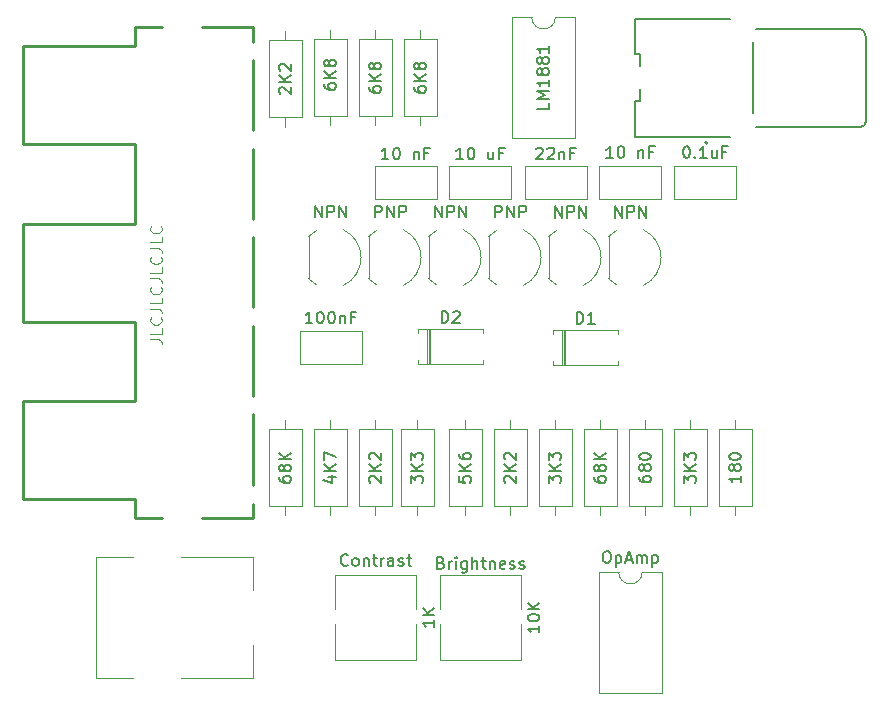
<source format=gto>
%TF.GenerationSoftware,KiCad,Pcbnew,(5.99.0-9650-gad505e29c0)*%
%TF.CreationDate,2021-03-21T12:39:56-04:00*%
%TF.ProjectId,NTSCope,4e545343-6f70-4652-9e6b-696361645f70,rev?*%
%TF.SameCoordinates,Original*%
%TF.FileFunction,Legend,Top*%
%TF.FilePolarity,Positive*%
%FSLAX46Y46*%
G04 Gerber Fmt 4.6, Leading zero omitted, Abs format (unit mm)*
G04 Created by KiCad (PCBNEW (5.99.0-9650-gad505e29c0)) date 2021-03-21 12:39:56*
%MOMM*%
%LPD*%
G01*
G04 APERTURE LIST*
%ADD10C,0.100000*%
%ADD11C,0.150000*%
%ADD12C,0.120000*%
%ADD13C,0.127000*%
%ADD14C,0.200000*%
%ADD15C,0.250000*%
G04 APERTURE END LIST*
D10*
X120610380Y-46275047D02*
X121324666Y-46275047D01*
X121467523Y-46322666D01*
X121562761Y-46417904D01*
X121610380Y-46560761D01*
X121610380Y-46656000D01*
X121610380Y-45322666D02*
X121610380Y-45798857D01*
X120610380Y-45798857D01*
X121515142Y-44417904D02*
X121562761Y-44465523D01*
X121610380Y-44608380D01*
X121610380Y-44703619D01*
X121562761Y-44846476D01*
X121467523Y-44941714D01*
X121372285Y-44989333D01*
X121181809Y-45036952D01*
X121038952Y-45036952D01*
X120848476Y-44989333D01*
X120753238Y-44941714D01*
X120658000Y-44846476D01*
X120610380Y-44703619D01*
X120610380Y-44608380D01*
X120658000Y-44465523D01*
X120705619Y-44417904D01*
X120610380Y-43703619D02*
X121324666Y-43703619D01*
X121467523Y-43751238D01*
X121562761Y-43846476D01*
X121610380Y-43989333D01*
X121610380Y-44084571D01*
X121610380Y-42751238D02*
X121610380Y-43227428D01*
X120610380Y-43227428D01*
X121515142Y-41846476D02*
X121562761Y-41894095D01*
X121610380Y-42036952D01*
X121610380Y-42132190D01*
X121562761Y-42275047D01*
X121467523Y-42370285D01*
X121372285Y-42417904D01*
X121181809Y-42465523D01*
X121038952Y-42465523D01*
X120848476Y-42417904D01*
X120753238Y-42370285D01*
X120658000Y-42275047D01*
X120610380Y-42132190D01*
X120610380Y-42036952D01*
X120658000Y-41894095D01*
X120705619Y-41846476D01*
X120610380Y-41132190D02*
X121324666Y-41132190D01*
X121467523Y-41179809D01*
X121562761Y-41275047D01*
X121610380Y-41417904D01*
X121610380Y-41513142D01*
X121610380Y-40179809D02*
X121610380Y-40656000D01*
X120610380Y-40656000D01*
X121515142Y-39275047D02*
X121562761Y-39322666D01*
X121610380Y-39465523D01*
X121610380Y-39560761D01*
X121562761Y-39703619D01*
X121467523Y-39798857D01*
X121372285Y-39846476D01*
X121181809Y-39894095D01*
X121038952Y-39894095D01*
X120848476Y-39846476D01*
X120753238Y-39798857D01*
X120658000Y-39703619D01*
X120610380Y-39560761D01*
X120610380Y-39465523D01*
X120658000Y-39322666D01*
X120705619Y-39275047D01*
X120610380Y-38560761D02*
X121324666Y-38560761D01*
X121467523Y-38608380D01*
X121562761Y-38703619D01*
X121610380Y-38846476D01*
X121610380Y-38941714D01*
X121610380Y-37608380D02*
X121610380Y-38084571D01*
X120610380Y-38084571D01*
X121515142Y-36703619D02*
X121562761Y-36751238D01*
X121610380Y-36894095D01*
X121610380Y-36989333D01*
X121562761Y-37132190D01*
X121467523Y-37227428D01*
X121372285Y-37275047D01*
X121181809Y-37322666D01*
X121038952Y-37322666D01*
X120848476Y-37275047D01*
X120753238Y-37227428D01*
X120658000Y-37132190D01*
X120610380Y-36989333D01*
X120610380Y-36894095D01*
X120658000Y-36751238D01*
X120705619Y-36703619D01*
D11*
%TO.C,R12*%
X146772380Y-57888095D02*
X146772380Y-58364285D01*
X147248571Y-58411904D01*
X147200952Y-58364285D01*
X147153333Y-58269047D01*
X147153333Y-58030952D01*
X147200952Y-57935714D01*
X147248571Y-57888095D01*
X147343809Y-57840476D01*
X147581904Y-57840476D01*
X147677142Y-57888095D01*
X147724761Y-57935714D01*
X147772380Y-58030952D01*
X147772380Y-58269047D01*
X147724761Y-58364285D01*
X147677142Y-58411904D01*
X147772380Y-57411904D02*
X146772380Y-57411904D01*
X147772380Y-56840476D02*
X147200952Y-57269047D01*
X146772380Y-56840476D02*
X147343809Y-57411904D01*
X146772380Y-55983333D02*
X146772380Y-56173809D01*
X146820000Y-56269047D01*
X146867619Y-56316666D01*
X147010476Y-56411904D01*
X147200952Y-56459523D01*
X147581904Y-56459523D01*
X147677142Y-56411904D01*
X147724761Y-56364285D01*
X147772380Y-56269047D01*
X147772380Y-56078571D01*
X147724761Y-55983333D01*
X147677142Y-55935714D01*
X147581904Y-55888095D01*
X147343809Y-55888095D01*
X147248571Y-55935714D01*
X147200952Y-55983333D01*
X147153333Y-56078571D01*
X147153333Y-56269047D01*
X147200952Y-56364285D01*
X147248571Y-56411904D01*
X147343809Y-56459523D01*
%TO.C,R2*%
X142962380Y-24915714D02*
X142962380Y-25106190D01*
X143010000Y-25201428D01*
X143057619Y-25249047D01*
X143200476Y-25344285D01*
X143390952Y-25391904D01*
X143771904Y-25391904D01*
X143867142Y-25344285D01*
X143914761Y-25296666D01*
X143962380Y-25201428D01*
X143962380Y-25010952D01*
X143914761Y-24915714D01*
X143867142Y-24868095D01*
X143771904Y-24820476D01*
X143533809Y-24820476D01*
X143438571Y-24868095D01*
X143390952Y-24915714D01*
X143343333Y-25010952D01*
X143343333Y-25201428D01*
X143390952Y-25296666D01*
X143438571Y-25344285D01*
X143533809Y-25391904D01*
X143962380Y-24391904D02*
X142962380Y-24391904D01*
X143962380Y-23820476D02*
X143390952Y-24249047D01*
X142962380Y-23820476D02*
X143533809Y-24391904D01*
X143390952Y-23249047D02*
X143343333Y-23344285D01*
X143295714Y-23391904D01*
X143200476Y-23439523D01*
X143152857Y-23439523D01*
X143057619Y-23391904D01*
X143010000Y-23344285D01*
X142962380Y-23249047D01*
X142962380Y-23058571D01*
X143010000Y-22963333D01*
X143057619Y-22915714D01*
X143152857Y-22868095D01*
X143200476Y-22868095D01*
X143295714Y-22915714D01*
X143343333Y-22963333D01*
X143390952Y-23058571D01*
X143390952Y-23249047D01*
X143438571Y-23344285D01*
X143486190Y-23391904D01*
X143581428Y-23439523D01*
X143771904Y-23439523D01*
X143867142Y-23391904D01*
X143914761Y-23344285D01*
X143962380Y-23249047D01*
X143962380Y-23058571D01*
X143914761Y-22963333D01*
X143867142Y-22915714D01*
X143771904Y-22868095D01*
X143581428Y-22868095D01*
X143486190Y-22915714D01*
X143438571Y-22963333D01*
X143390952Y-23058571D01*
%TO.C,C1*%
X140807619Y-31059380D02*
X140236190Y-31059380D01*
X140521904Y-31059380D02*
X140521904Y-30059380D01*
X140426666Y-30202238D01*
X140331428Y-30297476D01*
X140236190Y-30345095D01*
X141426666Y-30059380D02*
X141521904Y-30059380D01*
X141617142Y-30107000D01*
X141664761Y-30154619D01*
X141712380Y-30249857D01*
X141760000Y-30440333D01*
X141760000Y-30678428D01*
X141712380Y-30868904D01*
X141664761Y-30964142D01*
X141617142Y-31011761D01*
X141521904Y-31059380D01*
X141426666Y-31059380D01*
X141331428Y-31011761D01*
X141283809Y-30964142D01*
X141236190Y-30868904D01*
X141188571Y-30678428D01*
X141188571Y-30440333D01*
X141236190Y-30249857D01*
X141283809Y-30154619D01*
X141331428Y-30107000D01*
X141426666Y-30059380D01*
X142950476Y-30392714D02*
X142950476Y-31059380D01*
X142950476Y-30487952D02*
X142998095Y-30440333D01*
X143093333Y-30392714D01*
X143236190Y-30392714D01*
X143331428Y-30440333D01*
X143379047Y-30535571D01*
X143379047Y-31059380D01*
X144188571Y-30535571D02*
X143855238Y-30535571D01*
X143855238Y-31059380D02*
X143855238Y-30059380D01*
X144331428Y-30059380D01*
%TO.C,C2*%
X159817619Y-30932380D02*
X159246190Y-30932380D01*
X159531904Y-30932380D02*
X159531904Y-29932380D01*
X159436666Y-30075238D01*
X159341428Y-30170476D01*
X159246190Y-30218095D01*
X160436666Y-29932380D02*
X160531904Y-29932380D01*
X160627142Y-29980000D01*
X160674761Y-30027619D01*
X160722380Y-30122857D01*
X160770000Y-30313333D01*
X160770000Y-30551428D01*
X160722380Y-30741904D01*
X160674761Y-30837142D01*
X160627142Y-30884761D01*
X160531904Y-30932380D01*
X160436666Y-30932380D01*
X160341428Y-30884761D01*
X160293809Y-30837142D01*
X160246190Y-30741904D01*
X160198571Y-30551428D01*
X160198571Y-30313333D01*
X160246190Y-30122857D01*
X160293809Y-30027619D01*
X160341428Y-29980000D01*
X160436666Y-29932380D01*
X161960476Y-30265714D02*
X161960476Y-30932380D01*
X161960476Y-30360952D02*
X162008095Y-30313333D01*
X162103333Y-30265714D01*
X162246190Y-30265714D01*
X162341428Y-30313333D01*
X162389047Y-30408571D01*
X162389047Y-30932380D01*
X163198571Y-30408571D02*
X162865238Y-30408571D01*
X162865238Y-30932380D02*
X162865238Y-29932380D01*
X163341428Y-29932380D01*
%TO.C,C3*%
X147117619Y-31059380D02*
X146546190Y-31059380D01*
X146831904Y-31059380D02*
X146831904Y-30059380D01*
X146736666Y-30202238D01*
X146641428Y-30297476D01*
X146546190Y-30345095D01*
X147736666Y-30059380D02*
X147831904Y-30059380D01*
X147927142Y-30107000D01*
X147974761Y-30154619D01*
X148022380Y-30249857D01*
X148070000Y-30440333D01*
X148070000Y-30678428D01*
X148022380Y-30868904D01*
X147974761Y-30964142D01*
X147927142Y-31011761D01*
X147831904Y-31059380D01*
X147736666Y-31059380D01*
X147641428Y-31011761D01*
X147593809Y-30964142D01*
X147546190Y-30868904D01*
X147498571Y-30678428D01*
X147498571Y-30440333D01*
X147546190Y-30249857D01*
X147593809Y-30154619D01*
X147641428Y-30107000D01*
X147736666Y-30059380D01*
X149689047Y-30392714D02*
X149689047Y-31059380D01*
X149260476Y-30392714D02*
X149260476Y-30916523D01*
X149308095Y-31011761D01*
X149403333Y-31059380D01*
X149546190Y-31059380D01*
X149641428Y-31011761D01*
X149689047Y-30964142D01*
X150498571Y-30535571D02*
X150165238Y-30535571D01*
X150165238Y-31059380D02*
X150165238Y-30059380D01*
X150641428Y-30059380D01*
%TO.C,C4*%
X134362380Y-44942380D02*
X133790952Y-44942380D01*
X134076666Y-44942380D02*
X134076666Y-43942380D01*
X133981428Y-44085238D01*
X133886190Y-44180476D01*
X133790952Y-44228095D01*
X134981428Y-43942380D02*
X135076666Y-43942380D01*
X135171904Y-43990000D01*
X135219523Y-44037619D01*
X135267142Y-44132857D01*
X135314761Y-44323333D01*
X135314761Y-44561428D01*
X135267142Y-44751904D01*
X135219523Y-44847142D01*
X135171904Y-44894761D01*
X135076666Y-44942380D01*
X134981428Y-44942380D01*
X134886190Y-44894761D01*
X134838571Y-44847142D01*
X134790952Y-44751904D01*
X134743333Y-44561428D01*
X134743333Y-44323333D01*
X134790952Y-44132857D01*
X134838571Y-44037619D01*
X134886190Y-43990000D01*
X134981428Y-43942380D01*
X135933809Y-43942380D02*
X136029047Y-43942380D01*
X136124285Y-43990000D01*
X136171904Y-44037619D01*
X136219523Y-44132857D01*
X136267142Y-44323333D01*
X136267142Y-44561428D01*
X136219523Y-44751904D01*
X136171904Y-44847142D01*
X136124285Y-44894761D01*
X136029047Y-44942380D01*
X135933809Y-44942380D01*
X135838571Y-44894761D01*
X135790952Y-44847142D01*
X135743333Y-44751904D01*
X135695714Y-44561428D01*
X135695714Y-44323333D01*
X135743333Y-44132857D01*
X135790952Y-44037619D01*
X135838571Y-43990000D01*
X135933809Y-43942380D01*
X136695714Y-44275714D02*
X136695714Y-44942380D01*
X136695714Y-44370952D02*
X136743333Y-44323333D01*
X136838571Y-44275714D01*
X136981428Y-44275714D01*
X137076666Y-44323333D01*
X137124285Y-44418571D01*
X137124285Y-44942380D01*
X137933809Y-44418571D02*
X137600476Y-44418571D01*
X137600476Y-44942380D02*
X137600476Y-43942380D01*
X138076666Y-43942380D01*
%TO.C,C5*%
X153317142Y-30154619D02*
X153364761Y-30107000D01*
X153460000Y-30059380D01*
X153698095Y-30059380D01*
X153793333Y-30107000D01*
X153840952Y-30154619D01*
X153888571Y-30249857D01*
X153888571Y-30345095D01*
X153840952Y-30487952D01*
X153269523Y-31059380D01*
X153888571Y-31059380D01*
X154269523Y-30154619D02*
X154317142Y-30107000D01*
X154412380Y-30059380D01*
X154650476Y-30059380D01*
X154745714Y-30107000D01*
X154793333Y-30154619D01*
X154840952Y-30249857D01*
X154840952Y-30345095D01*
X154793333Y-30487952D01*
X154221904Y-31059380D01*
X154840952Y-31059380D01*
X155269523Y-30392714D02*
X155269523Y-31059380D01*
X155269523Y-30487952D02*
X155317142Y-30440333D01*
X155412380Y-30392714D01*
X155555238Y-30392714D01*
X155650476Y-30440333D01*
X155698095Y-30535571D01*
X155698095Y-31059380D01*
X156507619Y-30535571D02*
X156174285Y-30535571D01*
X156174285Y-31059380D02*
X156174285Y-30059380D01*
X156650476Y-30059380D01*
%TO.C,C6*%
X165977142Y-29932380D02*
X166072380Y-29932380D01*
X166167619Y-29980000D01*
X166215238Y-30027619D01*
X166262857Y-30122857D01*
X166310476Y-30313333D01*
X166310476Y-30551428D01*
X166262857Y-30741904D01*
X166215238Y-30837142D01*
X166167619Y-30884761D01*
X166072380Y-30932380D01*
X165977142Y-30932380D01*
X165881904Y-30884761D01*
X165834285Y-30837142D01*
X165786666Y-30741904D01*
X165739047Y-30551428D01*
X165739047Y-30313333D01*
X165786666Y-30122857D01*
X165834285Y-30027619D01*
X165881904Y-29980000D01*
X165977142Y-29932380D01*
X166739047Y-30837142D02*
X166786666Y-30884761D01*
X166739047Y-30932380D01*
X166691428Y-30884761D01*
X166739047Y-30837142D01*
X166739047Y-30932380D01*
X167739047Y-30932380D02*
X167167619Y-30932380D01*
X167453333Y-30932380D02*
X167453333Y-29932380D01*
X167358095Y-30075238D01*
X167262857Y-30170476D01*
X167167619Y-30218095D01*
X168596190Y-30265714D02*
X168596190Y-30932380D01*
X168167619Y-30265714D02*
X168167619Y-30789523D01*
X168215238Y-30884761D01*
X168310476Y-30932380D01*
X168453333Y-30932380D01*
X168548571Y-30884761D01*
X168596190Y-30837142D01*
X169405714Y-30408571D02*
X169072380Y-30408571D01*
X169072380Y-30932380D02*
X169072380Y-29932380D01*
X169548571Y-29932380D01*
%TO.C,Contrast*%
X137366666Y-65381142D02*
X137319047Y-65428761D01*
X137176190Y-65476380D01*
X137080952Y-65476380D01*
X136938095Y-65428761D01*
X136842857Y-65333523D01*
X136795238Y-65238285D01*
X136747619Y-65047809D01*
X136747619Y-64904952D01*
X136795238Y-64714476D01*
X136842857Y-64619238D01*
X136938095Y-64524000D01*
X137080952Y-64476380D01*
X137176190Y-64476380D01*
X137319047Y-64524000D01*
X137366666Y-64571619D01*
X137938095Y-65476380D02*
X137842857Y-65428761D01*
X137795238Y-65381142D01*
X137747619Y-65285904D01*
X137747619Y-65000190D01*
X137795238Y-64904952D01*
X137842857Y-64857333D01*
X137938095Y-64809714D01*
X138080952Y-64809714D01*
X138176190Y-64857333D01*
X138223809Y-64904952D01*
X138271428Y-65000190D01*
X138271428Y-65285904D01*
X138223809Y-65381142D01*
X138176190Y-65428761D01*
X138080952Y-65476380D01*
X137938095Y-65476380D01*
X138700000Y-64809714D02*
X138700000Y-65476380D01*
X138700000Y-64904952D02*
X138747619Y-64857333D01*
X138842857Y-64809714D01*
X138985714Y-64809714D01*
X139080952Y-64857333D01*
X139128571Y-64952571D01*
X139128571Y-65476380D01*
X139461904Y-64809714D02*
X139842857Y-64809714D01*
X139604761Y-64476380D02*
X139604761Y-65333523D01*
X139652380Y-65428761D01*
X139747619Y-65476380D01*
X139842857Y-65476380D01*
X140176190Y-65476380D02*
X140176190Y-64809714D01*
X140176190Y-65000190D02*
X140223809Y-64904952D01*
X140271428Y-64857333D01*
X140366666Y-64809714D01*
X140461904Y-64809714D01*
X141223809Y-65476380D02*
X141223809Y-64952571D01*
X141176190Y-64857333D01*
X141080952Y-64809714D01*
X140890476Y-64809714D01*
X140795238Y-64857333D01*
X141223809Y-65428761D02*
X141128571Y-65476380D01*
X140890476Y-65476380D01*
X140795238Y-65428761D01*
X140747619Y-65333523D01*
X140747619Y-65238285D01*
X140795238Y-65143047D01*
X140890476Y-65095428D01*
X141128571Y-65095428D01*
X141223809Y-65047809D01*
X141652380Y-65428761D02*
X141747619Y-65476380D01*
X141938095Y-65476380D01*
X142033333Y-65428761D01*
X142080952Y-65333523D01*
X142080952Y-65285904D01*
X142033333Y-65190666D01*
X141938095Y-65143047D01*
X141795238Y-65143047D01*
X141700000Y-65095428D01*
X141652380Y-65000190D01*
X141652380Y-64952571D01*
X141700000Y-64857333D01*
X141795238Y-64809714D01*
X141938095Y-64809714D01*
X142033333Y-64857333D01*
X142366666Y-64809714D02*
X142747619Y-64809714D01*
X142509523Y-64476380D02*
X142509523Y-65333523D01*
X142557142Y-65428761D01*
X142652380Y-65476380D01*
X142747619Y-65476380D01*
X144687380Y-70049285D02*
X144687380Y-70620714D01*
X144687380Y-70335000D02*
X143687380Y-70335000D01*
X143830238Y-70430238D01*
X143925476Y-70525476D01*
X143973095Y-70620714D01*
X144687380Y-69620714D02*
X143687380Y-69620714D01*
X144687380Y-69049285D02*
X144115952Y-69477857D01*
X143687380Y-69049285D02*
X144258809Y-69620714D01*
%TO.C,D1*%
X156741904Y-44972380D02*
X156741904Y-43972380D01*
X156980000Y-43972380D01*
X157122857Y-44020000D01*
X157218095Y-44115238D01*
X157265714Y-44210476D01*
X157313333Y-44400952D01*
X157313333Y-44543809D01*
X157265714Y-44734285D01*
X157218095Y-44829523D01*
X157122857Y-44924761D01*
X156980000Y-44972380D01*
X156741904Y-44972380D01*
X158265714Y-44972380D02*
X157694285Y-44972380D01*
X157980000Y-44972380D02*
X157980000Y-43972380D01*
X157884761Y-44115238D01*
X157789523Y-44210476D01*
X157694285Y-44258095D01*
%TO.C,D2*%
X145311904Y-44902380D02*
X145311904Y-43902380D01*
X145550000Y-43902380D01*
X145692857Y-43950000D01*
X145788095Y-44045238D01*
X145835714Y-44140476D01*
X145883333Y-44330952D01*
X145883333Y-44473809D01*
X145835714Y-44664285D01*
X145788095Y-44759523D01*
X145692857Y-44854761D01*
X145550000Y-44902380D01*
X145311904Y-44902380D01*
X146264285Y-43997619D02*
X146311904Y-43950000D01*
X146407142Y-43902380D01*
X146645238Y-43902380D01*
X146740476Y-43950000D01*
X146788095Y-43997619D01*
X146835714Y-44092857D01*
X146835714Y-44188095D01*
X146788095Y-44330952D01*
X146216666Y-44902380D01*
X146835714Y-44902380D01*
%TO.C,Q1*%
X139684285Y-35961580D02*
X139684285Y-34961580D01*
X140065238Y-34961580D01*
X140160476Y-35009200D01*
X140208095Y-35056819D01*
X140255714Y-35152057D01*
X140255714Y-35294914D01*
X140208095Y-35390152D01*
X140160476Y-35437771D01*
X140065238Y-35485390D01*
X139684285Y-35485390D01*
X140684285Y-35961580D02*
X140684285Y-34961580D01*
X141255714Y-35961580D01*
X141255714Y-34961580D01*
X141731904Y-35961580D02*
X141731904Y-34961580D01*
X142112857Y-34961580D01*
X142208095Y-35009200D01*
X142255714Y-35056819D01*
X142303333Y-35152057D01*
X142303333Y-35294914D01*
X142255714Y-35390152D01*
X142208095Y-35437771D01*
X142112857Y-35485390D01*
X141731904Y-35485390D01*
%TO.C,Q2*%
X134580476Y-35961580D02*
X134580476Y-34961580D01*
X135151904Y-35961580D01*
X135151904Y-34961580D01*
X135628095Y-35961580D02*
X135628095Y-34961580D01*
X136009047Y-34961580D01*
X136104285Y-35009200D01*
X136151904Y-35056819D01*
X136199523Y-35152057D01*
X136199523Y-35294914D01*
X136151904Y-35390152D01*
X136104285Y-35437771D01*
X136009047Y-35485390D01*
X135628095Y-35485390D01*
X136628095Y-35961580D02*
X136628095Y-34961580D01*
X137199523Y-35961580D01*
X137199523Y-34961580D01*
%TO.C,Q3*%
X149844285Y-35961580D02*
X149844285Y-34961580D01*
X150225238Y-34961580D01*
X150320476Y-35009200D01*
X150368095Y-35056819D01*
X150415714Y-35152057D01*
X150415714Y-35294914D01*
X150368095Y-35390152D01*
X150320476Y-35437771D01*
X150225238Y-35485390D01*
X149844285Y-35485390D01*
X150844285Y-35961580D02*
X150844285Y-34961580D01*
X151415714Y-35961580D01*
X151415714Y-34961580D01*
X151891904Y-35961580D02*
X151891904Y-34961580D01*
X152272857Y-34961580D01*
X152368095Y-35009200D01*
X152415714Y-35056819D01*
X152463333Y-35152057D01*
X152463333Y-35294914D01*
X152415714Y-35390152D01*
X152368095Y-35437771D01*
X152272857Y-35485390D01*
X151891904Y-35485390D01*
%TO.C,Q4*%
X154900476Y-35986980D02*
X154900476Y-34986980D01*
X155471904Y-35986980D01*
X155471904Y-34986980D01*
X155948095Y-35986980D02*
X155948095Y-34986980D01*
X156329047Y-34986980D01*
X156424285Y-35034600D01*
X156471904Y-35082219D01*
X156519523Y-35177457D01*
X156519523Y-35320314D01*
X156471904Y-35415552D01*
X156424285Y-35463171D01*
X156329047Y-35510790D01*
X155948095Y-35510790D01*
X156948095Y-35986980D02*
X156948095Y-34986980D01*
X157519523Y-35986980D01*
X157519523Y-34986980D01*
%TO.C,Q5*%
X159980476Y-35986980D02*
X159980476Y-34986980D01*
X160551904Y-35986980D01*
X160551904Y-34986980D01*
X161028095Y-35986980D02*
X161028095Y-34986980D01*
X161409047Y-34986980D01*
X161504285Y-35034600D01*
X161551904Y-35082219D01*
X161599523Y-35177457D01*
X161599523Y-35320314D01*
X161551904Y-35415552D01*
X161504285Y-35463171D01*
X161409047Y-35510790D01*
X161028095Y-35510790D01*
X162028095Y-35986980D02*
X162028095Y-34986980D01*
X162599523Y-35986980D01*
X162599523Y-34986980D01*
%TO.C,Q6*%
X144740476Y-35961580D02*
X144740476Y-34961580D01*
X145311904Y-35961580D01*
X145311904Y-34961580D01*
X145788095Y-35961580D02*
X145788095Y-34961580D01*
X146169047Y-34961580D01*
X146264285Y-35009200D01*
X146311904Y-35056819D01*
X146359523Y-35152057D01*
X146359523Y-35294914D01*
X146311904Y-35390152D01*
X146264285Y-35437771D01*
X146169047Y-35485390D01*
X145788095Y-35485390D01*
X146788095Y-35961580D02*
X146788095Y-34961580D01*
X147359523Y-35961580D01*
X147359523Y-34961580D01*
%TO.C,R1*%
X158202380Y-57935714D02*
X158202380Y-58126190D01*
X158250000Y-58221428D01*
X158297619Y-58269047D01*
X158440476Y-58364285D01*
X158630952Y-58411904D01*
X159011904Y-58411904D01*
X159107142Y-58364285D01*
X159154761Y-58316666D01*
X159202380Y-58221428D01*
X159202380Y-58030952D01*
X159154761Y-57935714D01*
X159107142Y-57888095D01*
X159011904Y-57840476D01*
X158773809Y-57840476D01*
X158678571Y-57888095D01*
X158630952Y-57935714D01*
X158583333Y-58030952D01*
X158583333Y-58221428D01*
X158630952Y-58316666D01*
X158678571Y-58364285D01*
X158773809Y-58411904D01*
X158630952Y-57269047D02*
X158583333Y-57364285D01*
X158535714Y-57411904D01*
X158440476Y-57459523D01*
X158392857Y-57459523D01*
X158297619Y-57411904D01*
X158250000Y-57364285D01*
X158202380Y-57269047D01*
X158202380Y-57078571D01*
X158250000Y-56983333D01*
X158297619Y-56935714D01*
X158392857Y-56888095D01*
X158440476Y-56888095D01*
X158535714Y-56935714D01*
X158583333Y-56983333D01*
X158630952Y-57078571D01*
X158630952Y-57269047D01*
X158678571Y-57364285D01*
X158726190Y-57411904D01*
X158821428Y-57459523D01*
X159011904Y-57459523D01*
X159107142Y-57411904D01*
X159154761Y-57364285D01*
X159202380Y-57269047D01*
X159202380Y-57078571D01*
X159154761Y-56983333D01*
X159107142Y-56935714D01*
X159011904Y-56888095D01*
X158821428Y-56888095D01*
X158726190Y-56935714D01*
X158678571Y-56983333D01*
X158630952Y-57078571D01*
X159202380Y-56459523D02*
X158202380Y-56459523D01*
X159202380Y-55888095D02*
X158630952Y-56316666D01*
X158202380Y-55888095D02*
X158773809Y-56459523D01*
%TO.C,R3*%
X139247619Y-58411904D02*
X139200000Y-58364285D01*
X139152380Y-58269047D01*
X139152380Y-58030952D01*
X139200000Y-57935714D01*
X139247619Y-57888095D01*
X139342857Y-57840476D01*
X139438095Y-57840476D01*
X139580952Y-57888095D01*
X140152380Y-58459523D01*
X140152380Y-57840476D01*
X140152380Y-57411904D02*
X139152380Y-57411904D01*
X140152380Y-56840476D02*
X139580952Y-57269047D01*
X139152380Y-56840476D02*
X139723809Y-57411904D01*
X139247619Y-56459523D02*
X139200000Y-56411904D01*
X139152380Y-56316666D01*
X139152380Y-56078571D01*
X139200000Y-55983333D01*
X139247619Y-55935714D01*
X139342857Y-55888095D01*
X139438095Y-55888095D01*
X139580952Y-55935714D01*
X140152380Y-56507142D01*
X140152380Y-55888095D01*
%TO.C,R4*%
X135675714Y-57935714D02*
X136342380Y-57935714D01*
X135294761Y-58173809D02*
X136009047Y-58411904D01*
X136009047Y-57792857D01*
X136342380Y-57411904D02*
X135342380Y-57411904D01*
X136342380Y-56840476D02*
X135770952Y-57269047D01*
X135342380Y-56840476D02*
X135913809Y-57411904D01*
X135342380Y-56507142D02*
X135342380Y-55840476D01*
X136342380Y-56269047D01*
%TO.C,R5*%
X139152380Y-24915714D02*
X139152380Y-25106190D01*
X139200000Y-25201428D01*
X139247619Y-25249047D01*
X139390476Y-25344285D01*
X139580952Y-25391904D01*
X139961904Y-25391904D01*
X140057142Y-25344285D01*
X140104761Y-25296666D01*
X140152380Y-25201428D01*
X140152380Y-25010952D01*
X140104761Y-24915714D01*
X140057142Y-24868095D01*
X139961904Y-24820476D01*
X139723809Y-24820476D01*
X139628571Y-24868095D01*
X139580952Y-24915714D01*
X139533333Y-25010952D01*
X139533333Y-25201428D01*
X139580952Y-25296666D01*
X139628571Y-25344285D01*
X139723809Y-25391904D01*
X140152380Y-24391904D02*
X139152380Y-24391904D01*
X140152380Y-23820476D02*
X139580952Y-24249047D01*
X139152380Y-23820476D02*
X139723809Y-24391904D01*
X139580952Y-23249047D02*
X139533333Y-23344285D01*
X139485714Y-23391904D01*
X139390476Y-23439523D01*
X139342857Y-23439523D01*
X139247619Y-23391904D01*
X139200000Y-23344285D01*
X139152380Y-23249047D01*
X139152380Y-23058571D01*
X139200000Y-22963333D01*
X139247619Y-22915714D01*
X139342857Y-22868095D01*
X139390476Y-22868095D01*
X139485714Y-22915714D01*
X139533333Y-22963333D01*
X139580952Y-23058571D01*
X139580952Y-23249047D01*
X139628571Y-23344285D01*
X139676190Y-23391904D01*
X139771428Y-23439523D01*
X139961904Y-23439523D01*
X140057142Y-23391904D01*
X140104761Y-23344285D01*
X140152380Y-23249047D01*
X140152380Y-23058571D01*
X140104761Y-22963333D01*
X140057142Y-22915714D01*
X139961904Y-22868095D01*
X139771428Y-22868095D01*
X139676190Y-22915714D01*
X139628571Y-22963333D01*
X139580952Y-23058571D01*
%TO.C,R6*%
X135342380Y-24661714D02*
X135342380Y-24852190D01*
X135390000Y-24947428D01*
X135437619Y-24995047D01*
X135580476Y-25090285D01*
X135770952Y-25137904D01*
X136151904Y-25137904D01*
X136247142Y-25090285D01*
X136294761Y-25042666D01*
X136342380Y-24947428D01*
X136342380Y-24756952D01*
X136294761Y-24661714D01*
X136247142Y-24614095D01*
X136151904Y-24566476D01*
X135913809Y-24566476D01*
X135818571Y-24614095D01*
X135770952Y-24661714D01*
X135723333Y-24756952D01*
X135723333Y-24947428D01*
X135770952Y-25042666D01*
X135818571Y-25090285D01*
X135913809Y-25137904D01*
X136342380Y-24137904D02*
X135342380Y-24137904D01*
X136342380Y-23566476D02*
X135770952Y-23995047D01*
X135342380Y-23566476D02*
X135913809Y-24137904D01*
X135770952Y-22995047D02*
X135723333Y-23090285D01*
X135675714Y-23137904D01*
X135580476Y-23185523D01*
X135532857Y-23185523D01*
X135437619Y-23137904D01*
X135390000Y-23090285D01*
X135342380Y-22995047D01*
X135342380Y-22804571D01*
X135390000Y-22709333D01*
X135437619Y-22661714D01*
X135532857Y-22614095D01*
X135580476Y-22614095D01*
X135675714Y-22661714D01*
X135723333Y-22709333D01*
X135770952Y-22804571D01*
X135770952Y-22995047D01*
X135818571Y-23090285D01*
X135866190Y-23137904D01*
X135961428Y-23185523D01*
X136151904Y-23185523D01*
X136247142Y-23137904D01*
X136294761Y-23090285D01*
X136342380Y-22995047D01*
X136342380Y-22804571D01*
X136294761Y-22709333D01*
X136247142Y-22661714D01*
X136151904Y-22614095D01*
X135961428Y-22614095D01*
X135866190Y-22661714D01*
X135818571Y-22709333D01*
X135770952Y-22804571D01*
%TO.C,R7*%
X154392380Y-58459523D02*
X154392380Y-57840476D01*
X154773333Y-58173809D01*
X154773333Y-58030952D01*
X154820952Y-57935714D01*
X154868571Y-57888095D01*
X154963809Y-57840476D01*
X155201904Y-57840476D01*
X155297142Y-57888095D01*
X155344761Y-57935714D01*
X155392380Y-58030952D01*
X155392380Y-58316666D01*
X155344761Y-58411904D01*
X155297142Y-58459523D01*
X155392380Y-57411904D02*
X154392380Y-57411904D01*
X155392380Y-56840476D02*
X154820952Y-57269047D01*
X154392380Y-56840476D02*
X154963809Y-57411904D01*
X154392380Y-56507142D02*
X154392380Y-55888095D01*
X154773333Y-56221428D01*
X154773333Y-56078571D01*
X154820952Y-55983333D01*
X154868571Y-55935714D01*
X154963809Y-55888095D01*
X155201904Y-55888095D01*
X155297142Y-55935714D01*
X155344761Y-55983333D01*
X155392380Y-56078571D01*
X155392380Y-56364285D01*
X155344761Y-56459523D01*
X155297142Y-56507142D01*
%TO.C,R9*%
X162012380Y-57911904D02*
X162012380Y-58102380D01*
X162060000Y-58197619D01*
X162107619Y-58245238D01*
X162250476Y-58340476D01*
X162440952Y-58388095D01*
X162821904Y-58388095D01*
X162917142Y-58340476D01*
X162964761Y-58292857D01*
X163012380Y-58197619D01*
X163012380Y-58007142D01*
X162964761Y-57911904D01*
X162917142Y-57864285D01*
X162821904Y-57816666D01*
X162583809Y-57816666D01*
X162488571Y-57864285D01*
X162440952Y-57911904D01*
X162393333Y-58007142D01*
X162393333Y-58197619D01*
X162440952Y-58292857D01*
X162488571Y-58340476D01*
X162583809Y-58388095D01*
X162440952Y-57245238D02*
X162393333Y-57340476D01*
X162345714Y-57388095D01*
X162250476Y-57435714D01*
X162202857Y-57435714D01*
X162107619Y-57388095D01*
X162060000Y-57340476D01*
X162012380Y-57245238D01*
X162012380Y-57054761D01*
X162060000Y-56959523D01*
X162107619Y-56911904D01*
X162202857Y-56864285D01*
X162250476Y-56864285D01*
X162345714Y-56911904D01*
X162393333Y-56959523D01*
X162440952Y-57054761D01*
X162440952Y-57245238D01*
X162488571Y-57340476D01*
X162536190Y-57388095D01*
X162631428Y-57435714D01*
X162821904Y-57435714D01*
X162917142Y-57388095D01*
X162964761Y-57340476D01*
X163012380Y-57245238D01*
X163012380Y-57054761D01*
X162964761Y-56959523D01*
X162917142Y-56911904D01*
X162821904Y-56864285D01*
X162631428Y-56864285D01*
X162536190Y-56911904D01*
X162488571Y-56959523D01*
X162440952Y-57054761D01*
X162012380Y-56245238D02*
X162012380Y-56150000D01*
X162060000Y-56054761D01*
X162107619Y-56007142D01*
X162202857Y-55959523D01*
X162393333Y-55911904D01*
X162631428Y-55911904D01*
X162821904Y-55959523D01*
X162917142Y-56007142D01*
X162964761Y-56054761D01*
X163012380Y-56150000D01*
X163012380Y-56245238D01*
X162964761Y-56340476D01*
X162917142Y-56388095D01*
X162821904Y-56435714D01*
X162631428Y-56483333D01*
X162393333Y-56483333D01*
X162202857Y-56435714D01*
X162107619Y-56388095D01*
X162060000Y-56340476D01*
X162012380Y-56245238D01*
%TO.C,R10*%
X170632380Y-57816666D02*
X170632380Y-58388095D01*
X170632380Y-58102380D02*
X169632380Y-58102380D01*
X169775238Y-58197619D01*
X169870476Y-58292857D01*
X169918095Y-58388095D01*
X170060952Y-57245238D02*
X170013333Y-57340476D01*
X169965714Y-57388095D01*
X169870476Y-57435714D01*
X169822857Y-57435714D01*
X169727619Y-57388095D01*
X169680000Y-57340476D01*
X169632380Y-57245238D01*
X169632380Y-57054761D01*
X169680000Y-56959523D01*
X169727619Y-56911904D01*
X169822857Y-56864285D01*
X169870476Y-56864285D01*
X169965714Y-56911904D01*
X170013333Y-56959523D01*
X170060952Y-57054761D01*
X170060952Y-57245238D01*
X170108571Y-57340476D01*
X170156190Y-57388095D01*
X170251428Y-57435714D01*
X170441904Y-57435714D01*
X170537142Y-57388095D01*
X170584761Y-57340476D01*
X170632380Y-57245238D01*
X170632380Y-57054761D01*
X170584761Y-56959523D01*
X170537142Y-56911904D01*
X170441904Y-56864285D01*
X170251428Y-56864285D01*
X170156190Y-56911904D01*
X170108571Y-56959523D01*
X170060952Y-57054761D01*
X169632380Y-56245238D02*
X169632380Y-56150000D01*
X169680000Y-56054761D01*
X169727619Y-56007142D01*
X169822857Y-55959523D01*
X170013333Y-55911904D01*
X170251428Y-55911904D01*
X170441904Y-55959523D01*
X170537142Y-56007142D01*
X170584761Y-56054761D01*
X170632380Y-56150000D01*
X170632380Y-56245238D01*
X170584761Y-56340476D01*
X170537142Y-56388095D01*
X170441904Y-56435714D01*
X170251428Y-56483333D01*
X170013333Y-56483333D01*
X169822857Y-56435714D01*
X169727619Y-56388095D01*
X169680000Y-56340476D01*
X169632380Y-56245238D01*
%TO.C,R11*%
X165822380Y-58459523D02*
X165822380Y-57840476D01*
X166203333Y-58173809D01*
X166203333Y-58030952D01*
X166250952Y-57935714D01*
X166298571Y-57888095D01*
X166393809Y-57840476D01*
X166631904Y-57840476D01*
X166727142Y-57888095D01*
X166774761Y-57935714D01*
X166822380Y-58030952D01*
X166822380Y-58316666D01*
X166774761Y-58411904D01*
X166727142Y-58459523D01*
X166822380Y-57411904D02*
X165822380Y-57411904D01*
X166822380Y-56840476D02*
X166250952Y-57269047D01*
X165822380Y-56840476D02*
X166393809Y-57411904D01*
X165822380Y-56507142D02*
X165822380Y-55888095D01*
X166203333Y-56221428D01*
X166203333Y-56078571D01*
X166250952Y-55983333D01*
X166298571Y-55935714D01*
X166393809Y-55888095D01*
X166631904Y-55888095D01*
X166727142Y-55935714D01*
X166774761Y-55983333D01*
X166822380Y-56078571D01*
X166822380Y-56364285D01*
X166774761Y-56459523D01*
X166727142Y-56507142D01*
%TO.C,R13*%
X142708380Y-58459523D02*
X142708380Y-57840476D01*
X143089333Y-58173809D01*
X143089333Y-58030952D01*
X143136952Y-57935714D01*
X143184571Y-57888095D01*
X143279809Y-57840476D01*
X143517904Y-57840476D01*
X143613142Y-57888095D01*
X143660761Y-57935714D01*
X143708380Y-58030952D01*
X143708380Y-58316666D01*
X143660761Y-58411904D01*
X143613142Y-58459523D01*
X143708380Y-57411904D02*
X142708380Y-57411904D01*
X143708380Y-56840476D02*
X143136952Y-57269047D01*
X142708380Y-56840476D02*
X143279809Y-57411904D01*
X142708380Y-56507142D02*
X142708380Y-55888095D01*
X143089333Y-56221428D01*
X143089333Y-56078571D01*
X143136952Y-55983333D01*
X143184571Y-55935714D01*
X143279809Y-55888095D01*
X143517904Y-55888095D01*
X143613142Y-55935714D01*
X143660761Y-55983333D01*
X143708380Y-56078571D01*
X143708380Y-56364285D01*
X143660761Y-56459523D01*
X143613142Y-56507142D01*
%TO.C,R14*%
X131627619Y-25493965D02*
X131580000Y-25446346D01*
X131532380Y-25351108D01*
X131532380Y-25113013D01*
X131580000Y-25017775D01*
X131627619Y-24970156D01*
X131722857Y-24922537D01*
X131818095Y-24922537D01*
X131960952Y-24970156D01*
X132532380Y-25541584D01*
X132532380Y-24922537D01*
X132532380Y-24493965D02*
X131532380Y-24493965D01*
X132532380Y-23922537D02*
X131960952Y-24351108D01*
X131532380Y-23922537D02*
X132103809Y-24493965D01*
X131627619Y-23541584D02*
X131580000Y-23493965D01*
X131532380Y-23398727D01*
X131532380Y-23160632D01*
X131580000Y-23065394D01*
X131627619Y-23017775D01*
X131722857Y-22970156D01*
X131818095Y-22970156D01*
X131960952Y-23017775D01*
X132532380Y-23589203D01*
X132532380Y-22970156D01*
%TO.C,R15*%
X150677619Y-58411904D02*
X150630000Y-58364285D01*
X150582380Y-58269047D01*
X150582380Y-58030952D01*
X150630000Y-57935714D01*
X150677619Y-57888095D01*
X150772857Y-57840476D01*
X150868095Y-57840476D01*
X151010952Y-57888095D01*
X151582380Y-58459523D01*
X151582380Y-57840476D01*
X151582380Y-57411904D02*
X150582380Y-57411904D01*
X151582380Y-56840476D02*
X151010952Y-57269047D01*
X150582380Y-56840476D02*
X151153809Y-57411904D01*
X150677619Y-56459523D02*
X150630000Y-56411904D01*
X150582380Y-56316666D01*
X150582380Y-56078571D01*
X150630000Y-55983333D01*
X150677619Y-55935714D01*
X150772857Y-55888095D01*
X150868095Y-55888095D01*
X151010952Y-55935714D01*
X151582380Y-56507142D01*
X151582380Y-55888095D01*
%TO.C,Brightness*%
X145232857Y-65206571D02*
X145375714Y-65254190D01*
X145423333Y-65301809D01*
X145470952Y-65397047D01*
X145470952Y-65539904D01*
X145423333Y-65635142D01*
X145375714Y-65682761D01*
X145280476Y-65730380D01*
X144899523Y-65730380D01*
X144899523Y-64730380D01*
X145232857Y-64730380D01*
X145328095Y-64778000D01*
X145375714Y-64825619D01*
X145423333Y-64920857D01*
X145423333Y-65016095D01*
X145375714Y-65111333D01*
X145328095Y-65158952D01*
X145232857Y-65206571D01*
X144899523Y-65206571D01*
X145899523Y-65730380D02*
X145899523Y-65063714D01*
X145899523Y-65254190D02*
X145947142Y-65158952D01*
X145994761Y-65111333D01*
X146090000Y-65063714D01*
X146185238Y-65063714D01*
X146518571Y-65730380D02*
X146518571Y-65063714D01*
X146518571Y-64730380D02*
X146470952Y-64778000D01*
X146518571Y-64825619D01*
X146566190Y-64778000D01*
X146518571Y-64730380D01*
X146518571Y-64825619D01*
X147423333Y-65063714D02*
X147423333Y-65873238D01*
X147375714Y-65968476D01*
X147328095Y-66016095D01*
X147232857Y-66063714D01*
X147090000Y-66063714D01*
X146994761Y-66016095D01*
X147423333Y-65682761D02*
X147328095Y-65730380D01*
X147137619Y-65730380D01*
X147042380Y-65682761D01*
X146994761Y-65635142D01*
X146947142Y-65539904D01*
X146947142Y-65254190D01*
X146994761Y-65158952D01*
X147042380Y-65111333D01*
X147137619Y-65063714D01*
X147328095Y-65063714D01*
X147423333Y-65111333D01*
X147899523Y-65730380D02*
X147899523Y-64730380D01*
X148328095Y-65730380D02*
X148328095Y-65206571D01*
X148280476Y-65111333D01*
X148185238Y-65063714D01*
X148042380Y-65063714D01*
X147947142Y-65111333D01*
X147899523Y-65158952D01*
X148661428Y-65063714D02*
X149042380Y-65063714D01*
X148804285Y-64730380D02*
X148804285Y-65587523D01*
X148851904Y-65682761D01*
X148947142Y-65730380D01*
X149042380Y-65730380D01*
X149375714Y-65063714D02*
X149375714Y-65730380D01*
X149375714Y-65158952D02*
X149423333Y-65111333D01*
X149518571Y-65063714D01*
X149661428Y-65063714D01*
X149756666Y-65111333D01*
X149804285Y-65206571D01*
X149804285Y-65730380D01*
X150661428Y-65682761D02*
X150566190Y-65730380D01*
X150375714Y-65730380D01*
X150280476Y-65682761D01*
X150232857Y-65587523D01*
X150232857Y-65206571D01*
X150280476Y-65111333D01*
X150375714Y-65063714D01*
X150566190Y-65063714D01*
X150661428Y-65111333D01*
X150709047Y-65206571D01*
X150709047Y-65301809D01*
X150232857Y-65397047D01*
X151090000Y-65682761D02*
X151185238Y-65730380D01*
X151375714Y-65730380D01*
X151470952Y-65682761D01*
X151518571Y-65587523D01*
X151518571Y-65539904D01*
X151470952Y-65444666D01*
X151375714Y-65397047D01*
X151232857Y-65397047D01*
X151137619Y-65349428D01*
X151090000Y-65254190D01*
X151090000Y-65206571D01*
X151137619Y-65111333D01*
X151232857Y-65063714D01*
X151375714Y-65063714D01*
X151470952Y-65111333D01*
X151899523Y-65682761D02*
X151994761Y-65730380D01*
X152185238Y-65730380D01*
X152280476Y-65682761D01*
X152328095Y-65587523D01*
X152328095Y-65539904D01*
X152280476Y-65444666D01*
X152185238Y-65397047D01*
X152042380Y-65397047D01*
X151947142Y-65349428D01*
X151899523Y-65254190D01*
X151899523Y-65206571D01*
X151947142Y-65111333D01*
X152042380Y-65063714D01*
X152185238Y-65063714D01*
X152280476Y-65111333D01*
X153577380Y-70525476D02*
X153577380Y-71096904D01*
X153577380Y-70811190D02*
X152577380Y-70811190D01*
X152720238Y-70906428D01*
X152815476Y-71001666D01*
X152863095Y-71096904D01*
X152577380Y-69906428D02*
X152577380Y-69811190D01*
X152625000Y-69715952D01*
X152672619Y-69668333D01*
X152767857Y-69620714D01*
X152958333Y-69573095D01*
X153196428Y-69573095D01*
X153386904Y-69620714D01*
X153482142Y-69668333D01*
X153529761Y-69715952D01*
X153577380Y-69811190D01*
X153577380Y-69906428D01*
X153529761Y-70001666D01*
X153482142Y-70049285D01*
X153386904Y-70096904D01*
X153196428Y-70144523D01*
X152958333Y-70144523D01*
X152767857Y-70096904D01*
X152672619Y-70049285D01*
X152625000Y-70001666D01*
X152577380Y-69906428D01*
X153577380Y-69144523D02*
X152577380Y-69144523D01*
X153577380Y-68573095D02*
X153005952Y-69001666D01*
X152577380Y-68573095D02*
X153148809Y-69144523D01*
%TO.C,U1*%
X159194761Y-64222380D02*
X159385238Y-64222380D01*
X159480476Y-64270000D01*
X159575714Y-64365238D01*
X159623333Y-64555714D01*
X159623333Y-64889047D01*
X159575714Y-65079523D01*
X159480476Y-65174761D01*
X159385238Y-65222380D01*
X159194761Y-65222380D01*
X159099523Y-65174761D01*
X159004285Y-65079523D01*
X158956666Y-64889047D01*
X158956666Y-64555714D01*
X159004285Y-64365238D01*
X159099523Y-64270000D01*
X159194761Y-64222380D01*
X160051904Y-64555714D02*
X160051904Y-65555714D01*
X160051904Y-64603333D02*
X160147142Y-64555714D01*
X160337619Y-64555714D01*
X160432857Y-64603333D01*
X160480476Y-64650952D01*
X160528095Y-64746190D01*
X160528095Y-65031904D01*
X160480476Y-65127142D01*
X160432857Y-65174761D01*
X160337619Y-65222380D01*
X160147142Y-65222380D01*
X160051904Y-65174761D01*
X160909047Y-64936666D02*
X161385238Y-64936666D01*
X160813809Y-65222380D02*
X161147142Y-64222380D01*
X161480476Y-65222380D01*
X161813809Y-65222380D02*
X161813809Y-64555714D01*
X161813809Y-64650952D02*
X161861428Y-64603333D01*
X161956666Y-64555714D01*
X162099523Y-64555714D01*
X162194761Y-64603333D01*
X162242380Y-64698571D01*
X162242380Y-65222380D01*
X162242380Y-64698571D02*
X162290000Y-64603333D01*
X162385238Y-64555714D01*
X162528095Y-64555714D01*
X162623333Y-64603333D01*
X162670952Y-64698571D01*
X162670952Y-65222380D01*
X163147142Y-64555714D02*
X163147142Y-65555714D01*
X163147142Y-64603333D02*
X163242380Y-64555714D01*
X163432857Y-64555714D01*
X163528095Y-64603333D01*
X163575714Y-64650952D01*
X163623333Y-64746190D01*
X163623333Y-65031904D01*
X163575714Y-65127142D01*
X163528095Y-65174761D01*
X163432857Y-65222380D01*
X163242380Y-65222380D01*
X163147142Y-65174761D01*
%TO.C,U2*%
X154376380Y-26296666D02*
X154376380Y-26772857D01*
X153376380Y-26772857D01*
X154376380Y-25963333D02*
X153376380Y-25963333D01*
X154090666Y-25630000D01*
X153376380Y-25296666D01*
X154376380Y-25296666D01*
X154376380Y-24296666D02*
X154376380Y-24868095D01*
X154376380Y-24582380D02*
X153376380Y-24582380D01*
X153519238Y-24677619D01*
X153614476Y-24772857D01*
X153662095Y-24868095D01*
X153804952Y-23725238D02*
X153757333Y-23820476D01*
X153709714Y-23868095D01*
X153614476Y-23915714D01*
X153566857Y-23915714D01*
X153471619Y-23868095D01*
X153424000Y-23820476D01*
X153376380Y-23725238D01*
X153376380Y-23534761D01*
X153424000Y-23439523D01*
X153471619Y-23391904D01*
X153566857Y-23344285D01*
X153614476Y-23344285D01*
X153709714Y-23391904D01*
X153757333Y-23439523D01*
X153804952Y-23534761D01*
X153804952Y-23725238D01*
X153852571Y-23820476D01*
X153900190Y-23868095D01*
X153995428Y-23915714D01*
X154185904Y-23915714D01*
X154281142Y-23868095D01*
X154328761Y-23820476D01*
X154376380Y-23725238D01*
X154376380Y-23534761D01*
X154328761Y-23439523D01*
X154281142Y-23391904D01*
X154185904Y-23344285D01*
X153995428Y-23344285D01*
X153900190Y-23391904D01*
X153852571Y-23439523D01*
X153804952Y-23534761D01*
X153804952Y-22772857D02*
X153757333Y-22868095D01*
X153709714Y-22915714D01*
X153614476Y-22963333D01*
X153566857Y-22963333D01*
X153471619Y-22915714D01*
X153424000Y-22868095D01*
X153376380Y-22772857D01*
X153376380Y-22582380D01*
X153424000Y-22487142D01*
X153471619Y-22439523D01*
X153566857Y-22391904D01*
X153614476Y-22391904D01*
X153709714Y-22439523D01*
X153757333Y-22487142D01*
X153804952Y-22582380D01*
X153804952Y-22772857D01*
X153852571Y-22868095D01*
X153900190Y-22915714D01*
X153995428Y-22963333D01*
X154185904Y-22963333D01*
X154281142Y-22915714D01*
X154328761Y-22868095D01*
X154376380Y-22772857D01*
X154376380Y-22582380D01*
X154328761Y-22487142D01*
X154281142Y-22439523D01*
X154185904Y-22391904D01*
X153995428Y-22391904D01*
X153900190Y-22439523D01*
X153852571Y-22487142D01*
X153804952Y-22582380D01*
X154376380Y-21439523D02*
X154376380Y-22010952D01*
X154376380Y-21725238D02*
X153376380Y-21725238D01*
X153519238Y-21820476D01*
X153614476Y-21915714D01*
X153662095Y-22010952D01*
%TO.C,R8*%
X131532380Y-57935714D02*
X131532380Y-58126190D01*
X131580000Y-58221428D01*
X131627619Y-58269047D01*
X131770476Y-58364285D01*
X131960952Y-58411904D01*
X132341904Y-58411904D01*
X132437142Y-58364285D01*
X132484761Y-58316666D01*
X132532380Y-58221428D01*
X132532380Y-58030952D01*
X132484761Y-57935714D01*
X132437142Y-57888095D01*
X132341904Y-57840476D01*
X132103809Y-57840476D01*
X132008571Y-57888095D01*
X131960952Y-57935714D01*
X131913333Y-58030952D01*
X131913333Y-58221428D01*
X131960952Y-58316666D01*
X132008571Y-58364285D01*
X132103809Y-58411904D01*
X131960952Y-57269047D02*
X131913333Y-57364285D01*
X131865714Y-57411904D01*
X131770476Y-57459523D01*
X131722857Y-57459523D01*
X131627619Y-57411904D01*
X131580000Y-57364285D01*
X131532380Y-57269047D01*
X131532380Y-57078571D01*
X131580000Y-56983333D01*
X131627619Y-56935714D01*
X131722857Y-56888095D01*
X131770476Y-56888095D01*
X131865714Y-56935714D01*
X131913333Y-56983333D01*
X131960952Y-57078571D01*
X131960952Y-57269047D01*
X132008571Y-57364285D01*
X132056190Y-57411904D01*
X132151428Y-57459523D01*
X132341904Y-57459523D01*
X132437142Y-57411904D01*
X132484761Y-57364285D01*
X132532380Y-57269047D01*
X132532380Y-57078571D01*
X132484761Y-56983333D01*
X132437142Y-56935714D01*
X132341904Y-56888095D01*
X132151428Y-56888095D01*
X132056190Y-56935714D01*
X132008571Y-56983333D01*
X131960952Y-57078571D01*
X132532380Y-56459523D02*
X131532380Y-56459523D01*
X132532380Y-55888095D02*
X131960952Y-56316666D01*
X131532380Y-55888095D02*
X132103809Y-56459523D01*
D12*
%TO.C,J1*%
X116080000Y-64740000D02*
X119140000Y-64740000D01*
X119140000Y-74960000D02*
X116080000Y-74960000D01*
X129300000Y-64740000D02*
X129300000Y-67550000D01*
X116080000Y-74960000D02*
X116080000Y-64740000D01*
X129300000Y-72150000D02*
X129300000Y-74960000D01*
X129300000Y-74960000D02*
X123240000Y-74960000D01*
X123240000Y-64740000D02*
X129300000Y-64740000D01*
%TO.C,R12*%
X145950000Y-60420000D02*
X148690000Y-60420000D01*
X148690000Y-60420000D02*
X148690000Y-53880000D01*
X145950000Y-53880000D02*
X145950000Y-60420000D01*
X147320000Y-53110000D02*
X147320000Y-53880000D01*
X148690000Y-53880000D02*
X145950000Y-53880000D01*
X147320000Y-61190000D02*
X147320000Y-60420000D01*
%TO.C,R2*%
X144880000Y-27400000D02*
X144880000Y-20860000D01*
X143510000Y-20090000D02*
X143510000Y-20860000D01*
X142140000Y-20860000D02*
X142140000Y-27400000D01*
X142140000Y-27400000D02*
X144880000Y-27400000D01*
X144880000Y-20860000D02*
X142140000Y-20860000D01*
X143510000Y-28170000D02*
X143510000Y-27400000D01*
%TO.C,C1*%
X144880000Y-31650000D02*
X139640000Y-31650000D01*
X144880000Y-34390000D02*
X139640000Y-34390000D01*
X139640000Y-34390000D02*
X139640000Y-31650000D01*
X144880000Y-34390000D02*
X144880000Y-31650000D01*
%TO.C,C2*%
X158650000Y-34390000D02*
X163890000Y-34390000D01*
X163890000Y-31650000D02*
X163890000Y-34390000D01*
X158650000Y-31650000D02*
X158650000Y-34390000D01*
X158650000Y-31650000D02*
X163890000Y-31650000D01*
%TO.C,C3*%
X151190000Y-31650000D02*
X151190000Y-34390000D01*
X145950000Y-34390000D02*
X151190000Y-34390000D01*
X145950000Y-31650000D02*
X151190000Y-31650000D01*
X145950000Y-31650000D02*
X145950000Y-34390000D01*
%TO.C,C4*%
X138530000Y-45620000D02*
X133290000Y-45620000D01*
X133290000Y-48360000D02*
X133290000Y-45620000D01*
X138530000Y-48360000D02*
X133290000Y-48360000D01*
X138530000Y-48360000D02*
X138530000Y-45620000D01*
%TO.C,C5*%
X152340000Y-34390000D02*
X152340000Y-31650000D01*
X157580000Y-34390000D02*
X152340000Y-34390000D01*
X157580000Y-31650000D02*
X152340000Y-31650000D01*
X157580000Y-34390000D02*
X157580000Y-31650000D01*
%TO.C,C6*%
X170240000Y-31650000D02*
X170240000Y-34390000D01*
X165000000Y-31650000D02*
X165000000Y-34390000D01*
X165000000Y-34390000D02*
X170240000Y-34390000D01*
X165000000Y-31650000D02*
X170240000Y-31650000D01*
%TO.C,Contrast*%
X143105000Y-69125000D02*
X143105000Y-66215000D01*
X136265000Y-73455000D02*
X143105000Y-73455000D01*
X136265000Y-66215000D02*
X143105000Y-66215000D01*
X143105000Y-73455000D02*
X143105000Y-70425000D01*
X136265000Y-73455000D02*
X136265000Y-70425000D01*
X136265000Y-69125000D02*
X136265000Y-66215000D01*
%TO.C,D1*%
X155780000Y-45520000D02*
X155780000Y-48460000D01*
X160200000Y-48460000D02*
X160200000Y-48130000D01*
X154760000Y-45850000D02*
X154760000Y-45520000D01*
X154760000Y-45520000D02*
X160200000Y-45520000D01*
X155540000Y-45520000D02*
X155540000Y-48460000D01*
X160200000Y-45520000D02*
X160200000Y-45850000D01*
X154760000Y-48130000D02*
X154760000Y-48460000D01*
X154760000Y-48460000D02*
X160200000Y-48460000D01*
X155660000Y-45520000D02*
X155660000Y-48460000D01*
%TO.C,D2*%
X143330000Y-45780000D02*
X143330000Y-45450000D01*
X144350000Y-45450000D02*
X144350000Y-48390000D01*
X144230000Y-45450000D02*
X144230000Y-48390000D01*
X144110000Y-45450000D02*
X144110000Y-48390000D01*
X143330000Y-45450000D02*
X148770000Y-45450000D01*
X143330000Y-48060000D02*
X143330000Y-48390000D01*
X143330000Y-48390000D02*
X148770000Y-48390000D01*
X148770000Y-45450000D02*
X148770000Y-45780000D01*
X148770000Y-48390000D02*
X148770000Y-48060000D01*
%TO.C,Q1*%
X139120000Y-37570000D02*
X139120000Y-41170000D01*
X142068807Y-37013600D02*
G75*
G02*
X143570000Y-39370000I-1098807J-2356400D01*
G01*
X139847205Y-41694184D02*
G75*
G02*
X139120000Y-41170000I1122795J2324184D01*
G01*
X142068807Y-41726400D02*
G75*
G03*
X143570000Y-39370000I-1098807J2356400D01*
G01*
X139847205Y-37045816D02*
G75*
G03*
X139120000Y-37570000I1122795J-2324184D01*
G01*
%TO.C,Q2*%
X134040000Y-37570000D02*
X134040000Y-41170000D01*
X134767205Y-41694184D02*
G75*
G02*
X134040000Y-41170000I1122795J2324184D01*
G01*
X134767205Y-37045816D02*
G75*
G03*
X134040000Y-37570000I1122795J-2324184D01*
G01*
X136988807Y-41726400D02*
G75*
G03*
X138490000Y-39370000I-1098807J2356400D01*
G01*
X136988807Y-37013600D02*
G75*
G02*
X138490000Y-39370000I-1098807J-2356400D01*
G01*
%TO.C,Q3*%
X149280000Y-37570000D02*
X149280000Y-41170000D01*
X150007205Y-37045816D02*
G75*
G03*
X149280000Y-37570000I1122795J-2324184D01*
G01*
X150007205Y-41694184D02*
G75*
G02*
X149280000Y-41170000I1122795J2324184D01*
G01*
X152228807Y-37013600D02*
G75*
G02*
X153730000Y-39370000I-1098807J-2356400D01*
G01*
X152228807Y-41726400D02*
G75*
G03*
X153730000Y-39370000I-1098807J2356400D01*
G01*
%TO.C,Q4*%
X154360000Y-37570000D02*
X154360000Y-41170000D01*
X155087205Y-37045816D02*
G75*
G03*
X154360000Y-37570000I1122795J-2324184D01*
G01*
X157308807Y-41726400D02*
G75*
G03*
X158810000Y-39370000I-1098807J2356400D01*
G01*
X157308807Y-37013600D02*
G75*
G02*
X158810000Y-39370000I-1098807J-2356400D01*
G01*
X155087205Y-41694184D02*
G75*
G02*
X154360000Y-41170000I1122795J2324184D01*
G01*
%TO.C,Q5*%
X159440000Y-37570000D02*
X159440000Y-41170000D01*
X162388807Y-41726400D02*
G75*
G03*
X163890000Y-39370000I-1098807J2356400D01*
G01*
X160167205Y-37045816D02*
G75*
G03*
X159440000Y-37570000I1122795J-2324184D01*
G01*
X162388807Y-37013600D02*
G75*
G02*
X163890000Y-39370000I-1098807J-2356400D01*
G01*
X160167205Y-41694184D02*
G75*
G02*
X159440000Y-41170000I1122795J2324184D01*
G01*
%TO.C,Q6*%
X144200000Y-37570000D02*
X144200000Y-41170000D01*
X147148807Y-41726400D02*
G75*
G03*
X148650000Y-39370000I-1098807J2356400D01*
G01*
X147148807Y-37013600D02*
G75*
G02*
X148650000Y-39370000I-1098807J-2356400D01*
G01*
X144927205Y-37045816D02*
G75*
G03*
X144200000Y-37570000I1122795J-2324184D01*
G01*
X144927205Y-41694184D02*
G75*
G02*
X144200000Y-41170000I1122795J2324184D01*
G01*
%TO.C,R1*%
X158750000Y-61190000D02*
X158750000Y-60420000D01*
X158750000Y-53110000D02*
X158750000Y-53880000D01*
X160120000Y-53880000D02*
X157380000Y-53880000D01*
X157380000Y-60420000D02*
X160120000Y-60420000D01*
X157380000Y-53880000D02*
X157380000Y-60420000D01*
X160120000Y-60420000D02*
X160120000Y-53880000D01*
%TO.C,R3*%
X141070000Y-53880000D02*
X138330000Y-53880000D01*
X138330000Y-60420000D02*
X141070000Y-60420000D01*
X139700000Y-53110000D02*
X139700000Y-53880000D01*
X138330000Y-53880000D02*
X138330000Y-60420000D01*
X139700000Y-61190000D02*
X139700000Y-60420000D01*
X141070000Y-60420000D02*
X141070000Y-53880000D01*
%TO.C,R4*%
X137260000Y-60420000D02*
X137260000Y-53880000D01*
X134520000Y-53880000D02*
X134520000Y-60420000D01*
X137260000Y-53880000D02*
X134520000Y-53880000D01*
X135890000Y-61190000D02*
X135890000Y-60420000D01*
X134520000Y-60420000D02*
X137260000Y-60420000D01*
X135890000Y-53110000D02*
X135890000Y-53880000D01*
%TO.C,R5*%
X139700000Y-20090000D02*
X139700000Y-20860000D01*
X138330000Y-27400000D02*
X141070000Y-27400000D01*
X138330000Y-20860000D02*
X138330000Y-27400000D01*
X141070000Y-27400000D02*
X141070000Y-20860000D01*
X141070000Y-20860000D02*
X138330000Y-20860000D01*
X139700000Y-28170000D02*
X139700000Y-27400000D01*
%TO.C,R6*%
X134520000Y-27400000D02*
X137260000Y-27400000D01*
X137260000Y-20860000D02*
X134520000Y-20860000D01*
X135890000Y-20090000D02*
X135890000Y-20860000D01*
X134520000Y-20860000D02*
X134520000Y-27400000D01*
X135890000Y-28170000D02*
X135890000Y-27400000D01*
X137260000Y-27400000D02*
X137260000Y-20860000D01*
%TO.C,R7*%
X153570000Y-53880000D02*
X153570000Y-60420000D01*
X153570000Y-60420000D02*
X156310000Y-60420000D01*
X154940000Y-53110000D02*
X154940000Y-53880000D01*
X156310000Y-53880000D02*
X153570000Y-53880000D01*
X154940000Y-61190000D02*
X154940000Y-60420000D01*
X156310000Y-60420000D02*
X156310000Y-53880000D01*
%TO.C,R9*%
X162560000Y-61190000D02*
X162560000Y-60420000D01*
X161190000Y-53880000D02*
X161190000Y-60420000D01*
X162560000Y-53110000D02*
X162560000Y-53880000D01*
X163930000Y-60420000D02*
X163930000Y-53880000D01*
X161190000Y-60420000D02*
X163930000Y-60420000D01*
X163930000Y-53880000D02*
X161190000Y-53880000D01*
%TO.C,R10*%
X170180000Y-61190000D02*
X170180000Y-60420000D01*
X170180000Y-53110000D02*
X170180000Y-53880000D01*
X171550000Y-60420000D02*
X171550000Y-53880000D01*
X171550000Y-53880000D02*
X168810000Y-53880000D01*
X168810000Y-60420000D02*
X171550000Y-60420000D01*
X168810000Y-53880000D02*
X168810000Y-60420000D01*
%TO.C,R11*%
X167740000Y-53880000D02*
X165000000Y-53880000D01*
X167740000Y-60420000D02*
X167740000Y-53880000D01*
X165000000Y-53880000D02*
X165000000Y-60420000D01*
X166370000Y-61190000D02*
X166370000Y-60420000D01*
X166370000Y-53110000D02*
X166370000Y-53880000D01*
X165000000Y-60420000D02*
X167740000Y-60420000D01*
%TO.C,R13*%
X143256000Y-61190000D02*
X143256000Y-60420000D01*
X143256000Y-53110000D02*
X143256000Y-53880000D01*
X141886000Y-60420000D02*
X144626000Y-60420000D01*
X144626000Y-60420000D02*
X144626000Y-53880000D01*
X141886000Y-53880000D02*
X141886000Y-60420000D01*
X144626000Y-53880000D02*
X141886000Y-53880000D01*
%TO.C,R14*%
X130710000Y-20962061D02*
X130710000Y-27502061D01*
X132080000Y-20192061D02*
X132080000Y-20962061D01*
X130710000Y-27502061D02*
X133450000Y-27502061D01*
X133450000Y-27502061D02*
X133450000Y-20962061D01*
X132080000Y-28272061D02*
X132080000Y-27502061D01*
X133450000Y-20962061D02*
X130710000Y-20962061D01*
%TO.C,R15*%
X152500000Y-60420000D02*
X152500000Y-53880000D01*
X151130000Y-53110000D02*
X151130000Y-53880000D01*
X152500000Y-53880000D02*
X149760000Y-53880000D01*
X151130000Y-61190000D02*
X151130000Y-60420000D01*
X149760000Y-53880000D02*
X149760000Y-60420000D01*
X149760000Y-60420000D02*
X152500000Y-60420000D01*
%TO.C,Brightness*%
X145155000Y-73455000D02*
X151995000Y-73455000D01*
X145155000Y-66215000D02*
X151995000Y-66215000D01*
X151995000Y-73455000D02*
X151995000Y-70425000D01*
X145155000Y-73455000D02*
X145155000Y-70425000D01*
X151995000Y-69125000D02*
X151995000Y-66215000D01*
X145155000Y-69125000D02*
X145155000Y-66215000D01*
%TO.C,U1*%
X163940000Y-76260000D02*
X163940000Y-65980000D01*
X163940000Y-65980000D02*
X162290000Y-65980000D01*
X160290000Y-65980000D02*
X158640000Y-65980000D01*
X158640000Y-65980000D02*
X158640000Y-76260000D01*
X158640000Y-76260000D02*
X163940000Y-76260000D01*
X162290000Y-65980000D02*
G75*
G02*
X160290000Y-65980000I-1000000J0D01*
G01*
%TO.C,U2*%
X151284000Y-29280000D02*
X156584000Y-29280000D01*
X151284000Y-19000000D02*
X151284000Y-29280000D01*
X152934000Y-19000000D02*
X151284000Y-19000000D01*
X156584000Y-19000000D02*
X154934000Y-19000000D01*
X156584000Y-29280000D02*
X156584000Y-19000000D01*
X154934000Y-19000000D02*
G75*
G02*
X152934000Y-19000000I-1000000J0D01*
G01*
D13*
%TO.C,J2*%
X171954000Y-19980000D02*
X180594000Y-19980000D01*
X162104000Y-23130000D02*
X162104000Y-22130000D01*
X161704000Y-29130000D02*
X169704000Y-29130000D01*
X161704000Y-19130000D02*
X169704000Y-19130000D01*
X181204000Y-20590000D02*
X181204000Y-27890000D01*
X161704000Y-22130000D02*
X161704000Y-19130000D01*
X171704000Y-27130000D02*
X171704000Y-21130000D01*
X161704000Y-26130000D02*
X162104000Y-26130000D01*
X161704000Y-29130000D02*
X161704000Y-26130000D01*
X180814000Y-28280000D02*
X171954000Y-28280000D01*
X162104000Y-22130000D02*
X161704000Y-22130000D01*
X162104000Y-26130000D02*
X162104000Y-25130000D01*
X180594000Y-19980000D02*
G75*
G02*
X181204000Y-20590000I0J-610000D01*
G01*
X181204000Y-27890000D02*
G75*
G02*
X180814000Y-28280000I-390000J0D01*
G01*
D14*
X167814000Y-29643000D02*
G75*
G03*
X167814000Y-29643000I-100000J0D01*
G01*
D15*
%TO.C,J3*%
X109830000Y-29791000D02*
X119330000Y-29791000D01*
X129330000Y-19840000D02*
X125005000Y-19840000D01*
X129330000Y-21088000D02*
X129330000Y-19840000D01*
X109830000Y-36488000D02*
X119330000Y-36488000D01*
X109830000Y-51489000D02*
X119330000Y-51489000D01*
X109830000Y-36488000D02*
X109830000Y-44792000D01*
X109830000Y-51489000D02*
X109830000Y-59788000D01*
X109830000Y-44792000D02*
X119330000Y-44792000D01*
X119330000Y-44792000D02*
X119330000Y-51489000D01*
X129330000Y-36089000D02*
X129330000Y-30140000D01*
X109830000Y-21492000D02*
X119330000Y-21492000D01*
X119330000Y-29791000D02*
X119330000Y-36488000D01*
X129330000Y-51090000D02*
X129330000Y-45141000D01*
X109830000Y-59788000D02*
X119330000Y-59788000D01*
X129330000Y-58590000D02*
X129330000Y-52642000D01*
X121629000Y-19840000D02*
X119330000Y-19840000D01*
X119330000Y-61440000D02*
X119330000Y-59788000D01*
X129330000Y-43589000D02*
X129330000Y-37641000D01*
X129330000Y-61440000D02*
X129330000Y-60192000D01*
X119330000Y-19840000D02*
X119330000Y-21492000D01*
X121629000Y-61440000D02*
X119330000Y-61440000D01*
X129330000Y-61436000D02*
X125005000Y-61440000D01*
X109830000Y-21492000D02*
X109830000Y-29791000D01*
X129330000Y-28588000D02*
X129330000Y-22640000D01*
D12*
%TO.C,R8*%
X133450000Y-60420000D02*
X133450000Y-53880000D01*
X132080000Y-53110000D02*
X132080000Y-53880000D01*
X133450000Y-53880000D02*
X130710000Y-53880000D01*
X130710000Y-53880000D02*
X130710000Y-60420000D01*
X132080000Y-61190000D02*
X132080000Y-60420000D01*
X130710000Y-60420000D02*
X133450000Y-60420000D01*
%TD*%
M02*

</source>
